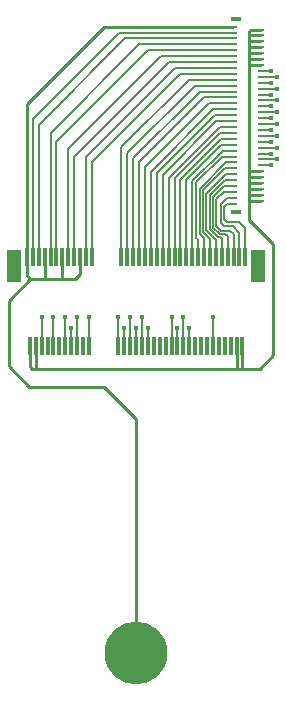
<source format=gtl>
G04*
G04 #@! TF.GenerationSoftware,Altium Limited,Altium Designer,18.0.12 (696)*
G04*
G04 Layer_Physical_Order=1*
G04 Layer_Color=255*
%FSLAX25Y25*%
%MOIN*%
G70*
G01*
G75*
%ADD11R,0.01181X0.06102*%
%ADD12R,0.04724X0.10827*%
%ADD13R,0.02835X0.00984*%
%ADD14R,0.02244X0.00984*%
%ADD15R,0.03740X0.01575*%
%ADD24C,0.20866*%
%ADD25C,0.01000*%
%ADD26C,0.00600*%
%ADD27C,0.01600*%
D11*
X111835Y247724D02*
D03*
X112819Y218000D02*
D03*
X113803Y247724D02*
D03*
X114787Y218000D02*
D03*
X115772Y247724D02*
D03*
X116756Y218000D02*
D03*
X117740Y247724D02*
D03*
X118724Y218000D02*
D03*
X119709Y247724D02*
D03*
X120693Y218000D02*
D03*
X121677Y247724D02*
D03*
X122661Y218000D02*
D03*
X123646Y247724D02*
D03*
X124630Y218000D02*
D03*
X125614Y247724D02*
D03*
X126598Y218000D02*
D03*
X127583Y247724D02*
D03*
X128567Y218000D02*
D03*
X129551Y247724D02*
D03*
X130535Y218000D02*
D03*
X131520Y247724D02*
D03*
X132504Y218000D02*
D03*
X133488Y247724D02*
D03*
X142347Y218000D02*
D03*
X143331Y247724D02*
D03*
X144315Y218000D02*
D03*
X145299Y247724D02*
D03*
X146283Y218000D02*
D03*
X147268Y247724D02*
D03*
X148252Y218000D02*
D03*
X149236Y247724D02*
D03*
X150221Y218000D02*
D03*
X151205Y247724D02*
D03*
X152189Y218000D02*
D03*
X153173Y247724D02*
D03*
X154157Y218000D02*
D03*
X155142Y247724D02*
D03*
X156126Y218000D02*
D03*
X157110Y247724D02*
D03*
X158095Y218000D02*
D03*
X159079Y247724D02*
D03*
X160063Y218000D02*
D03*
X161047Y247724D02*
D03*
X162031Y218000D02*
D03*
X163016Y247724D02*
D03*
X164000Y218000D02*
D03*
X164984Y247724D02*
D03*
X165969Y218000D02*
D03*
X166953Y247724D02*
D03*
X167937Y218000D02*
D03*
X168921Y247724D02*
D03*
X169905Y218000D02*
D03*
X170890Y247724D02*
D03*
X171874Y218000D02*
D03*
X172858Y247724D02*
D03*
X173843Y218000D02*
D03*
X174827Y247724D02*
D03*
X175811Y218000D02*
D03*
X176795Y247724D02*
D03*
X177779Y218000D02*
D03*
X178764Y247724D02*
D03*
X179748Y218000D02*
D03*
X180732Y247724D02*
D03*
X181717Y218000D02*
D03*
X182701Y247724D02*
D03*
X183685Y218000D02*
D03*
X184669Y247724D02*
D03*
D12*
X189000Y244673D02*
D03*
X107504D02*
D03*
D13*
X180500Y265472D02*
D03*
Y267441D02*
D03*
Y269409D02*
D03*
Y271378D02*
D03*
Y273346D02*
D03*
Y275315D02*
D03*
Y277284D02*
D03*
Y279252D02*
D03*
Y281221D02*
D03*
Y283189D02*
D03*
Y285157D02*
D03*
Y287126D02*
D03*
Y289094D02*
D03*
Y291063D02*
D03*
Y293032D02*
D03*
Y295000D02*
D03*
Y296969D02*
D03*
Y298937D02*
D03*
Y300905D02*
D03*
Y302874D02*
D03*
Y304842D02*
D03*
Y306811D02*
D03*
Y308780D02*
D03*
Y310748D02*
D03*
Y312717D02*
D03*
Y314685D02*
D03*
Y316653D02*
D03*
Y318622D02*
D03*
Y320590D02*
D03*
Y322559D02*
D03*
Y324528D02*
D03*
D14*
X189969Y266457D02*
D03*
Y268425D02*
D03*
Y270394D02*
D03*
Y272362D02*
D03*
Y274331D02*
D03*
Y276299D02*
D03*
Y278268D02*
D03*
Y280236D02*
D03*
Y282205D02*
D03*
Y284173D02*
D03*
Y286142D02*
D03*
Y288110D02*
D03*
Y290079D02*
D03*
Y292047D02*
D03*
Y294016D02*
D03*
Y295984D02*
D03*
Y297953D02*
D03*
Y299921D02*
D03*
Y301890D02*
D03*
Y303858D02*
D03*
Y305827D02*
D03*
Y307795D02*
D03*
Y309764D02*
D03*
Y311732D02*
D03*
Y313701D02*
D03*
Y315669D02*
D03*
Y317638D02*
D03*
Y319606D02*
D03*
Y321575D02*
D03*
Y323543D02*
D03*
D15*
X181543Y262835D02*
D03*
Y327165D02*
D03*
D24*
X148252Y115736D02*
D03*
D25*
X115000Y210500D02*
X182000D01*
X113500D02*
X115000D01*
X114787Y210713D02*
X115000Y210500D01*
X114787Y210713D02*
Y218000D01*
X112819Y211181D02*
X113500Y210500D01*
X112819Y211181D02*
Y218000D01*
X186000Y266500D02*
Y268500D01*
Y260000D02*
Y266500D01*
X186043Y266457D01*
X189969D01*
X186000Y268500D02*
Y270500D01*
Y268500D02*
X186075Y268425D01*
X189969D01*
X186000Y270500D02*
Y272500D01*
Y270500D02*
X186106Y270394D01*
X189969D01*
X186000Y272500D02*
Y274000D01*
Y272500D02*
X186138Y272362D01*
X189969D01*
X186000Y274000D02*
Y276500D01*
Y274000D02*
X186331Y274331D01*
X189969D01*
X186000Y276500D02*
Y312000D01*
Y276500D02*
X186201Y276299D01*
X189969D01*
X186000Y321250D02*
Y323000D01*
Y319500D02*
Y321250D01*
X186325Y321575D01*
X189969D01*
X186000Y317500D02*
Y319500D01*
X186106Y319606D01*
X189969D01*
X186000Y315500D02*
Y317500D01*
X186138Y317638D01*
X189969D01*
X186000Y314000D02*
Y315500D01*
X186169Y315669D01*
X189969D01*
X186000Y312000D02*
Y314000D01*
X186299Y313701D01*
X189969D01*
X186000Y312000D02*
X186268Y311732D01*
X189969D01*
X183500Y210500D02*
X189500D01*
X182000D02*
X183500D01*
X183685Y210685D01*
Y218000D01*
X181717Y210784D02*
Y218000D01*
Y210784D02*
X182000Y210500D01*
X189500D02*
X194000Y215000D01*
Y252000D01*
X186000Y260000D02*
X194000Y252000D01*
X186000Y323000D02*
X186543Y323543D01*
X189969D01*
X112500Y204500D02*
X137500D01*
X105717Y211283D02*
X112500Y204500D01*
X105717Y211283D02*
Y233217D01*
X113000Y240500D01*
X137500Y204500D02*
X148252Y193748D01*
Y115736D02*
Y193748D01*
X117500Y240500D02*
X123500D01*
X113000D02*
X117500D01*
X117740Y240740D01*
Y247724D01*
X123500Y240500D02*
X128000D01*
X123500D02*
X123646Y240646D01*
Y247724D01*
X129551Y242051D02*
Y247724D01*
X128000Y240500D02*
X129551Y242051D01*
X111835Y241665D02*
X113000Y240500D01*
X111835Y241665D02*
Y247724D01*
Y298835D01*
X137528Y324528D01*
X180500D01*
D26*
X174500Y295000D02*
X180500D01*
X155142Y275642D02*
X174500Y295000D01*
X155142Y247724D02*
Y275642D01*
X173969Y296969D02*
X180500D01*
X153173Y276173D02*
X173969Y296969D01*
X153173Y247724D02*
Y276173D01*
X172437Y298937D02*
X180500D01*
X151205Y277705D02*
X172437Y298937D01*
X151205Y247724D02*
Y277705D01*
X170905Y300905D02*
X180500D01*
X149236Y279236D02*
X170905Y300905D01*
X149236Y247724D02*
Y279236D01*
X169374Y302874D02*
X180500D01*
X147268Y280768D02*
X169374Y302874D01*
X147268Y247724D02*
Y280768D01*
X175031Y293032D02*
X180500D01*
X157110Y275110D02*
X175031Y293032D01*
X128500Y218000D02*
Y227756D01*
X165969Y218000D02*
Y224098D01*
X162031Y218000D02*
Y224098D01*
X152189Y218000D02*
Y224098D01*
X148252Y218000D02*
Y224098D01*
X144315Y218000D02*
Y224098D01*
X126598Y218000D02*
Y224098D01*
X173843Y218000D02*
Y227756D01*
X164000Y218000D02*
Y227756D01*
X160063Y218000D02*
Y227756D01*
X150221Y218000D02*
Y227756D01*
X146283Y218000D02*
Y227756D01*
X142347Y218000D02*
Y227756D01*
X132504Y218000D02*
Y227756D01*
X124630Y218000D02*
Y227756D01*
X120693Y218000D02*
Y227756D01*
X116756Y218000D02*
Y227756D01*
X189969Y278268D02*
X193264D01*
X189969Y282205D02*
X193264D01*
X189969Y280236D02*
X195205D01*
X189969Y286142D02*
X193264D01*
X189969Y284173D02*
X195205D01*
X189969Y290079D02*
X193264D01*
X189969Y288110D02*
X195205D01*
X189969Y294016D02*
X193264D01*
X189969Y292047D02*
X195205D01*
X189969Y297953D02*
X193264D01*
X189969Y295984D02*
X195205D01*
X189969Y301890D02*
X193264D01*
X189969Y299921D02*
X195205D01*
X189969Y305827D02*
X193264D01*
X189969Y303858D02*
X195205D01*
X189969Y307795D02*
X195205D01*
X189969Y309764D02*
X193264D01*
X157110Y247724D02*
Y275110D01*
X176063Y291063D02*
X180500D01*
X159079Y247724D02*
Y274079D01*
X176063Y291063D01*
X161047Y247724D02*
Y274047D01*
X176094Y289094D01*
X180500D01*
X163016Y247724D02*
Y273516D01*
X176626Y287126D01*
X180500D01*
X164984Y247724D02*
Y273484D01*
X176657Y285157D01*
X180500D01*
X166953Y247724D02*
Y273008D01*
X177133Y283189D01*
X176720Y281221D02*
X180500D01*
X168300Y272800D02*
X176720Y281221D01*
X177133Y283189D02*
X180500D01*
X168921Y247724D02*
Y253579D01*
X168300Y254200D02*
X168921Y253579D01*
X168300Y254200D02*
Y272800D01*
X170890Y247724D02*
Y254055D01*
X169400Y255544D02*
X170890Y254055D01*
X169400Y255544D02*
Y270456D01*
X178196Y279252D01*
X180500D01*
X177784Y277284D02*
X180500D01*
X170500Y270000D02*
X177784Y277284D01*
X172858Y247724D02*
Y253642D01*
X170500Y256000D02*
X172858Y253642D01*
X170500Y256000D02*
Y270000D01*
X174827Y247724D02*
Y253506D01*
X171700Y256633D02*
X174827Y253506D01*
X172800Y257089D02*
Y268356D01*
X173900Y257544D02*
Y267900D01*
Y257544D02*
X176044Y255400D01*
X178000D01*
X178764Y254636D01*
Y247724D02*
Y254636D01*
X175000Y258000D02*
Y267000D01*
Y258000D02*
X176500Y256500D01*
X179500D01*
X180732Y255268D01*
X176400Y259100D02*
Y265400D01*
Y259100D02*
X177500Y258000D01*
X180500D01*
X178500Y259500D02*
X182500D01*
X177500Y260500D02*
X178500Y259500D01*
X177500Y260500D02*
Y264500D01*
X172800Y257089D02*
X175589Y254300D01*
X176200D01*
X180732Y247724D02*
Y255268D01*
X180500Y258000D02*
X182701Y255799D01*
X171700Y256633D02*
Y268811D01*
X177378Y271378D02*
X180500D01*
X173900Y267900D02*
X177378Y271378D01*
X177409Y269409D02*
X180500D01*
X175000Y267000D02*
X177409Y269409D01*
X176400Y265400D02*
X178441Y267441D01*
X171700Y268811D02*
X178204Y275315D01*
X180500D01*
X176795Y247724D02*
Y253705D01*
X176200Y254300D02*
X176795Y253705D01*
X172800Y268356D02*
X177791Y273346D01*
X180500D01*
X178441Y267441D02*
X180500D01*
X182701Y247724D02*
Y255799D01*
X184669Y247724D02*
Y257331D01*
X182500Y259500D02*
X184669Y257331D01*
X177500Y264500D02*
X178472Y265472D01*
X180500D01*
X145299Y247724D02*
Y282299D01*
X167842Y304842D01*
X180500D01*
X143331Y247724D02*
Y284331D01*
X165811Y306811D01*
X180500D01*
X133488Y247724D02*
Y279488D01*
X162779Y308780D01*
X180500D01*
X131520Y247724D02*
Y281020D01*
X161248Y310748D01*
X180500D01*
X127583Y247724D02*
Y281083D01*
X159216Y312717D01*
X180500D01*
X125614Y247724D02*
Y283614D01*
X156685Y314685D01*
X180500D01*
X121677Y247724D02*
Y286177D01*
X152154Y316653D01*
X180500D01*
X119709Y247724D02*
Y289209D01*
X149122Y318622D01*
X180500D01*
X115772Y247724D02*
Y291772D01*
X144591Y320590D01*
X180500D01*
X113803Y247724D02*
Y293803D01*
X142559Y322559D01*
X180500D01*
D27*
X165969Y224098D02*
D03*
X162031D02*
D03*
X152189D02*
D03*
X148252D02*
D03*
X144315D02*
D03*
X126598D02*
D03*
X173843Y227756D02*
D03*
X164000D02*
D03*
X160063D02*
D03*
X150221D02*
D03*
X146283D02*
D03*
X142347D02*
D03*
X132504D02*
D03*
X128500D02*
D03*
X124630D02*
D03*
X120693D02*
D03*
X116756D02*
D03*
X193264Y278268D02*
D03*
Y282205D02*
D03*
X195205Y280236D02*
D03*
X193264Y286142D02*
D03*
X195205Y284173D02*
D03*
X193264Y290079D02*
D03*
X195205Y288110D02*
D03*
X193264Y294016D02*
D03*
X195205Y292047D02*
D03*
X193264Y297953D02*
D03*
X195205Y295984D02*
D03*
X193264Y301890D02*
D03*
X195205Y299921D02*
D03*
X193264Y305827D02*
D03*
X195205Y303858D02*
D03*
Y307795D02*
D03*
X193264Y309764D02*
D03*
M02*

</source>
